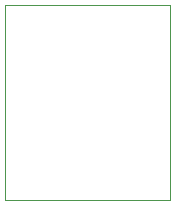
<source format=gko>
G04*
G04 #@! TF.GenerationSoftware,Altium Limited,Altium Designer,22.5.1 (42)*
G04*
G04 Layer_Color=16711833*
%FSLAX25Y25*%
%MOIN*%
G70*
G04*
G04 #@! TF.SameCoordinates,8E04D858-7899-4871-B586-DD1FC08917AF*
G04*
G04*
G04 #@! TF.FilePolarity,Positive*
G04*
G01*
G75*
%ADD10C,0.00394*%
D10*
Y65000D01*
Y0D02*
X55000D01*
Y65000D01*
X0D02*
X55000D01*
M02*

</source>
